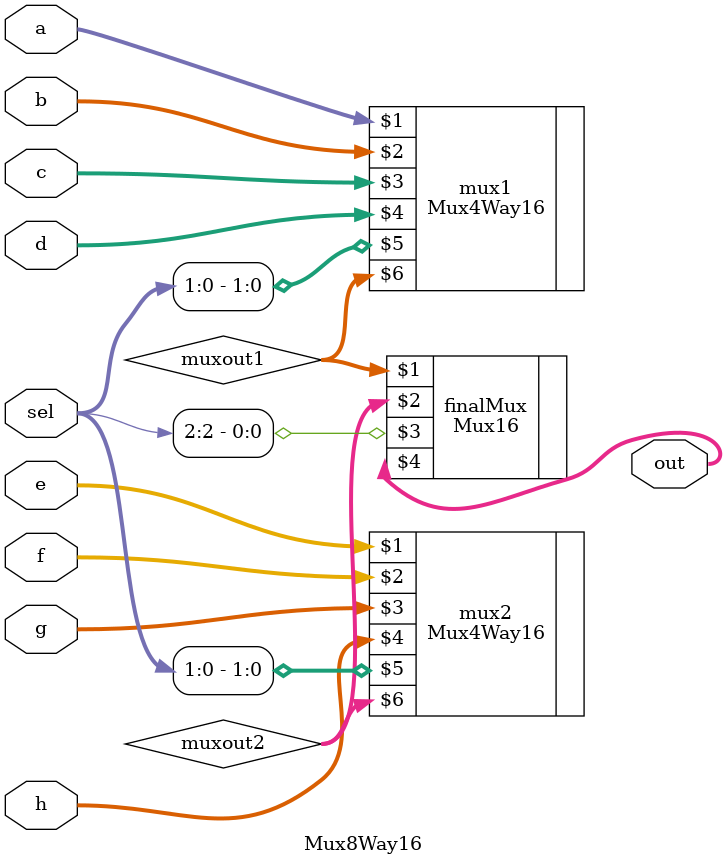
<source format=v>
`include "Mux4Way16.v"
module Mux8Way16(
    input [15:0] a,
    input [15:0] b,
    input [15:0] c,
    input [15:0] d,
    input [15:0] e,
    input [15:0] f,
    input [15:0] g,
    input [15:0] h,
    input [2:0] sel,
    output [15:0] out
);
    wire [15:0] muxout1;
    wire [15:0] muxout2;
    Mux4Way16 mux1 (a, b, c, d, sel[1:0], muxout1);
    Mux4Way16 mux2 (e, f, g, h, sel[1:0], muxout2);
    Mux16 finalMux(muxout1, muxout2, sel[2], out);
endmodule
</source>
